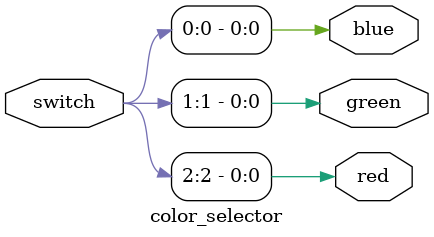
<source format=sv>
`timescale 1ns / 1ps

module color_selector (
    output logic red,
    output logic green,
    output logic blue,
    input logic [2:0] switch
);

    assign {red, green, blue} = switch;
    
endmodule
</source>
